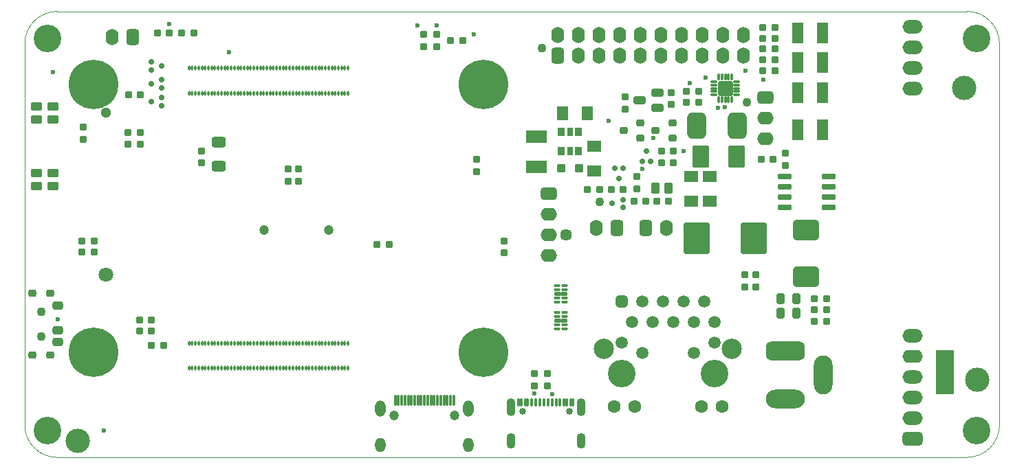
<source format=gts>
G04*
G04 #@! TF.GenerationSoftware,Altium Limited,Altium Designer,22.2.1 (43)*
G04*
G04 Layer_Color=8388736*
%FSAX44Y44*%
%MOMM*%
G71*
G04*
G04 #@! TF.SameCoordinates,6FBE58D4-8AA7-4130-90BE-7BA939E9B375*
G04*
G04*
G04 #@! TF.FilePolarity,Negative*
G04*
G01*
G75*
%ADD19C,0.1000*%
%ADD52R,2.2000X5.4500*%
G04:AMPARAMS|DCode=53|XSize=1.4mm|YSize=2.6mm|CornerRadius=0.102mm|HoleSize=0mm|Usage=FLASHONLY|Rotation=180.000|XOffset=0mm|YOffset=0mm|HoleType=Round|Shape=RoundedRectangle|*
%AMROUNDEDRECTD53*
21,1,1.4000,2.3960,0,0,180.0*
21,1,1.1960,2.6000,0,0,180.0*
1,1,0.2040,-0.5980,1.1980*
1,1,0.2040,0.5980,1.1980*
1,1,0.2040,0.5980,-1.1980*
1,1,0.2040,-0.5980,-1.1980*
%
%ADD53ROUNDEDRECTD53*%
G04:AMPARAMS|DCode=54|XSize=0.33mm|YSize=1.3mm|CornerRadius=0.1363mm|HoleSize=0mm|Usage=FLASHONLY|Rotation=0.000|XOffset=0mm|YOffset=0mm|HoleType=Round|Shape=RoundedRectangle|*
%AMROUNDEDRECTD54*
21,1,0.3300,1.0275,0,0,0.0*
21,1,0.0575,1.3000,0,0,0.0*
1,1,0.2725,0.0288,-0.5138*
1,1,0.2725,-0.0288,-0.5138*
1,1,0.2725,-0.0288,0.5138*
1,1,0.2725,0.0288,0.5138*
%
%ADD54ROUNDEDRECTD54*%
G04:AMPARAMS|DCode=55|XSize=0.35mm|YSize=1.1mm|CornerRadius=0.1438mm|HoleSize=0mm|Usage=FLASHONLY|Rotation=0.000|XOffset=0mm|YOffset=0mm|HoleType=Round|Shape=RoundedRectangle|*
%AMROUNDEDRECTD55*
21,1,0.3500,0.8125,0,0,0.0*
21,1,0.0625,1.1000,0,0,0.0*
1,1,0.2875,0.0313,-0.4063*
1,1,0.2875,-0.0313,-0.4063*
1,1,0.2875,-0.0313,0.4063*
1,1,0.2875,0.0313,0.4063*
%
%ADD55ROUNDEDRECTD55*%
G04:AMPARAMS|DCode=56|XSize=0.7mm|YSize=0.6mm|CornerRadius=0.175mm|HoleSize=0mm|Usage=FLASHONLY|Rotation=0.000|XOffset=0mm|YOffset=0mm|HoleType=Round|Shape=RoundedRectangle|*
%AMROUNDEDRECTD56*
21,1,0.7000,0.2500,0,0,0.0*
21,1,0.3500,0.6000,0,0,0.0*
1,1,0.3500,0.1750,-0.1250*
1,1,0.3500,-0.1750,-0.1250*
1,1,0.3500,-0.1750,0.1250*
1,1,0.3500,0.1750,0.1250*
%
%ADD56ROUNDEDRECTD56*%
%ADD57C,3.0000*%
G04:AMPARAMS|DCode=58|XSize=1.3mm|YSize=1.7mm|CornerRadius=0.29mm|HoleSize=0mm|Usage=FLASHONLY|Rotation=90.000|XOffset=0mm|YOffset=0mm|HoleType=Round|Shape=RoundedRectangle|*
%AMROUNDEDRECTD58*
21,1,1.3000,1.1200,0,0,90.0*
21,1,0.7200,1.7000,0,0,90.0*
1,1,0.5800,0.5600,0.3600*
1,1,0.5800,0.5600,-0.3600*
1,1,0.5800,-0.5600,-0.3600*
1,1,0.5800,-0.5600,0.3600*
%
%ADD58ROUNDEDRECTD58*%
G04:AMPARAMS|DCode=59|XSize=2.1mm|YSize=2.7mm|CornerRadius=0.25mm|HoleSize=0mm|Usage=FLASHONLY|Rotation=0.000|XOffset=0mm|YOffset=0mm|HoleType=Round|Shape=RoundedRectangle|*
%AMROUNDEDRECTD59*
21,1,2.1000,2.2000,0,0,0.0*
21,1,1.6000,2.7000,0,0,0.0*
1,1,0.5000,0.8000,-1.1000*
1,1,0.5000,-0.8000,-1.1000*
1,1,0.5000,-0.8000,1.1000*
1,1,0.5000,0.8000,1.1000*
%
%ADD59ROUNDEDRECTD59*%
G04:AMPARAMS|DCode=60|XSize=0.3mm|YSize=0.6mm|CornerRadius=0.125mm|HoleSize=0mm|Usage=FLASHONLY|Rotation=180.000|XOffset=0mm|YOffset=0mm|HoleType=Round|Shape=RoundedRectangle|*
%AMROUNDEDRECTD60*
21,1,0.3000,0.3500,0,0,180.0*
21,1,0.0500,0.6000,0,0,180.0*
1,1,0.2500,-0.0250,0.1750*
1,1,0.2500,0.0250,0.1750*
1,1,0.2500,0.0250,-0.1750*
1,1,0.2500,-0.0250,-0.1750*
%
%ADD60ROUNDEDRECTD60*%
G04:AMPARAMS|DCode=61|XSize=1mm|YSize=0.9mm|CornerRadius=0.25mm|HoleSize=0mm|Usage=FLASHONLY|Rotation=180.000|XOffset=0mm|YOffset=0mm|HoleType=Round|Shape=RoundedRectangle|*
%AMROUNDEDRECTD61*
21,1,1.0000,0.4000,0,0,180.0*
21,1,0.5000,0.9000,0,0,180.0*
1,1,0.5000,-0.2500,0.2000*
1,1,0.5000,0.2500,0.2000*
1,1,0.5000,0.2500,-0.2000*
1,1,0.5000,-0.2500,-0.2000*
%
%ADD61ROUNDEDRECTD61*%
G04:AMPARAMS|DCode=62|XSize=1mm|YSize=1.3mm|CornerRadius=0.275mm|HoleSize=0mm|Usage=FLASHONLY|Rotation=270.000|XOffset=0mm|YOffset=0mm|HoleType=Round|Shape=RoundedRectangle|*
%AMROUNDEDRECTD62*
21,1,1.0000,0.7500,0,0,270.0*
21,1,0.4500,1.3000,0,0,270.0*
1,1,0.5500,-0.3750,-0.2250*
1,1,0.5500,-0.3750,0.2250*
1,1,0.5500,0.3750,0.2250*
1,1,0.5500,0.3750,-0.2250*
%
%ADD62ROUNDEDRECTD62*%
G04:AMPARAMS|DCode=63|XSize=2.3mm|YSize=3.3mm|CornerRadius=0.6mm|HoleSize=0mm|Usage=FLASHONLY|Rotation=180.000|XOffset=0mm|YOffset=0mm|HoleType=Round|Shape=RoundedRectangle|*
%AMROUNDEDRECTD63*
21,1,2.3000,2.1000,0,0,180.0*
21,1,1.1000,3.3000,0,0,180.0*
1,1,1.2000,-0.5500,1.0500*
1,1,1.2000,0.5500,1.0500*
1,1,1.2000,0.5500,-1.0500*
1,1,1.2000,-0.5500,-1.0500*
%
%ADD63ROUNDEDRECTD63*%
G04:AMPARAMS|DCode=64|XSize=1.4mm|YSize=1.7mm|CornerRadius=0.102mm|HoleSize=0mm|Usage=FLASHONLY|Rotation=90.000|XOffset=0mm|YOffset=0mm|HoleType=Round|Shape=RoundedRectangle|*
%AMROUNDEDRECTD64*
21,1,1.4000,1.4960,0,0,90.0*
21,1,1.1960,1.7000,0,0,90.0*
1,1,0.2040,0.7480,0.5980*
1,1,0.2040,0.7480,-0.5980*
1,1,0.2040,-0.7480,-0.5980*
1,1,0.2040,-0.7480,0.5980*
%
%ADD64ROUNDEDRECTD64*%
G04:AMPARAMS|DCode=65|XSize=1.1mm|YSize=1.4mm|CornerRadius=0.3mm|HoleSize=0mm|Usage=FLASHONLY|Rotation=270.000|XOffset=0mm|YOffset=0mm|HoleType=Round|Shape=RoundedRectangle|*
%AMROUNDEDRECTD65*
21,1,1.1000,0.8000,0,0,270.0*
21,1,0.5000,1.4000,0,0,270.0*
1,1,0.6000,-0.4000,-0.2500*
1,1,0.6000,-0.4000,0.2500*
1,1,0.6000,0.4000,0.2500*
1,1,0.6000,0.4000,-0.2500*
%
%ADD65ROUNDEDRECTD65*%
G04:AMPARAMS|DCode=66|XSize=0.85mm|YSize=0.9mm|CornerRadius=0.2375mm|HoleSize=0mm|Usage=FLASHONLY|Rotation=270.000|XOffset=0mm|YOffset=0mm|HoleType=Round|Shape=RoundedRectangle|*
%AMROUNDEDRECTD66*
21,1,0.8500,0.4250,0,0,270.0*
21,1,0.3750,0.9000,0,0,270.0*
1,1,0.4750,-0.2125,-0.1875*
1,1,0.4750,-0.2125,0.1875*
1,1,0.4750,0.2125,0.1875*
1,1,0.4750,0.2125,-0.1875*
%
%ADD66ROUNDEDRECTD66*%
G04:AMPARAMS|DCode=67|XSize=0.9mm|YSize=1mm|CornerRadius=0.25mm|HoleSize=0mm|Usage=FLASHONLY|Rotation=90.000|XOffset=0mm|YOffset=0mm|HoleType=Round|Shape=RoundedRectangle|*
%AMROUNDEDRECTD67*
21,1,0.9000,0.5000,0,0,90.0*
21,1,0.4000,1.0000,0,0,90.0*
1,1,0.5000,0.2500,0.2000*
1,1,0.5000,0.2500,-0.2000*
1,1,0.5000,-0.2500,-0.2000*
1,1,0.5000,-0.2500,0.2000*
%
%ADD67ROUNDEDRECTD67*%
%ADD68C,1.1000*%
G04:AMPARAMS|DCode=69|XSize=1.8mm|YSize=1.8mm|CornerRadius=0.135mm|HoleSize=0mm|Usage=FLASHONLY|Rotation=90.000|XOffset=0mm|YOffset=0mm|HoleType=Round|Shape=RoundedRectangle|*
%AMROUNDEDRECTD69*
21,1,1.8000,1.5300,0,0,90.0*
21,1,1.5300,1.8000,0,0,90.0*
1,1,0.2700,0.7650,0.7650*
1,1,0.2700,0.7650,-0.7650*
1,1,0.2700,-0.7650,-0.7650*
1,1,0.2700,-0.7650,0.7650*
%
%ADD69ROUNDEDRECTD69*%
G04:AMPARAMS|DCode=70|XSize=0.8mm|YSize=0.3mm|CornerRadius=0.125mm|HoleSize=0mm|Usage=FLASHONLY|Rotation=0.000|XOffset=0mm|YOffset=0mm|HoleType=Round|Shape=RoundedRectangle|*
%AMROUNDEDRECTD70*
21,1,0.8000,0.0500,0,0,0.0*
21,1,0.5500,0.3000,0,0,0.0*
1,1,0.2500,0.2750,-0.0250*
1,1,0.2500,-0.2750,-0.0250*
1,1,0.2500,-0.2750,0.0250*
1,1,0.2500,0.2750,0.0250*
%
%ADD70ROUNDEDRECTD70*%
G04:AMPARAMS|DCode=71|XSize=0.8mm|YSize=0.3mm|CornerRadius=0.125mm|HoleSize=0mm|Usage=FLASHONLY|Rotation=90.000|XOffset=0mm|YOffset=0mm|HoleType=Round|Shape=RoundedRectangle|*
%AMROUNDEDRECTD71*
21,1,0.8000,0.0500,0,0,90.0*
21,1,0.5500,0.3000,0,0,90.0*
1,1,0.2500,0.0250,0.2750*
1,1,0.2500,0.0250,-0.2750*
1,1,0.2500,-0.0250,-0.2750*
1,1,0.2500,-0.0250,0.2750*
%
%ADD71ROUNDEDRECTD71*%
G04:AMPARAMS|DCode=72|XSize=1mm|YSize=1.5mm|CornerRadius=0.275mm|HoleSize=0mm|Usage=FLASHONLY|Rotation=270.000|XOffset=0mm|YOffset=0mm|HoleType=Round|Shape=RoundedRectangle|*
%AMROUNDEDRECTD72*
21,1,1.0000,0.9500,0,0,270.0*
21,1,0.4500,1.5000,0,0,270.0*
1,1,0.5500,-0.4750,-0.2250*
1,1,0.5500,-0.4750,0.2250*
1,1,0.5500,0.4750,0.2250*
1,1,0.5500,0.4750,-0.2250*
%
%ADD72ROUNDEDRECTD72*%
G04:AMPARAMS|DCode=73|XSize=1mm|YSize=1.5mm|CornerRadius=0.275mm|HoleSize=0mm|Usage=FLASHONLY|Rotation=270.000|XOffset=0mm|YOffset=0mm|HoleType=Round|Shape=RoundedRectangle|*
%AMROUNDEDRECTD73*
21,1,1.0000,0.9500,0,0,270.0*
21,1,0.4500,1.5000,0,0,270.0*
1,1,0.5500,-0.4750,-0.2250*
1,1,0.5500,-0.4750,0.2250*
1,1,0.5500,0.4750,0.2250*
1,1,0.5500,0.4750,-0.2250*
%
%ADD73ROUNDEDRECTD73*%
G04:AMPARAMS|DCode=74|XSize=0.85mm|YSize=0.9mm|CornerRadius=0.2375mm|HoleSize=0mm|Usage=FLASHONLY|Rotation=180.000|XOffset=0mm|YOffset=0mm|HoleType=Round|Shape=RoundedRectangle|*
%AMROUNDEDRECTD74*
21,1,0.8500,0.4250,0,0,180.0*
21,1,0.3750,0.9000,0,0,180.0*
1,1,0.4750,-0.1875,0.2125*
1,1,0.4750,0.1875,0.2125*
1,1,0.4750,0.1875,-0.2125*
1,1,0.4750,-0.1875,-0.2125*
%
%ADD74ROUNDEDRECTD74*%
G04:AMPARAMS|DCode=75|XSize=3.3mm|YSize=3.9mm|CornerRadius=0.37mm|HoleSize=0mm|Usage=FLASHONLY|Rotation=0.000|XOffset=0mm|YOffset=0mm|HoleType=Round|Shape=RoundedRectangle|*
%AMROUNDEDRECTD75*
21,1,3.3000,3.1600,0,0,0.0*
21,1,2.5600,3.9000,0,0,0.0*
1,1,0.7400,1.2800,-1.5800*
1,1,0.7400,-1.2800,-1.5800*
1,1,0.7400,-1.2800,1.5800*
1,1,0.7400,1.2800,1.5800*
%
%ADD75ROUNDEDRECTD75*%
G04:AMPARAMS|DCode=76|XSize=3.15mm|YSize=2.5mm|CornerRadius=0.35mm|HoleSize=0mm|Usage=FLASHONLY|Rotation=0.000|XOffset=0mm|YOffset=0mm|HoleType=Round|Shape=RoundedRectangle|*
%AMROUNDEDRECTD76*
21,1,3.1500,1.8000,0,0,0.0*
21,1,2.4500,2.5000,0,0,0.0*
1,1,0.7000,1.2250,-0.9000*
1,1,0.7000,-1.2250,-0.9000*
1,1,0.7000,-1.2250,0.9000*
1,1,0.7000,1.2250,0.9000*
%
%ADD76ROUNDEDRECTD76*%
G04:AMPARAMS|DCode=77|XSize=1.7mm|YSize=0.7mm|CornerRadius=0.2mm|HoleSize=0mm|Usage=FLASHONLY|Rotation=0.000|XOffset=0mm|YOffset=0mm|HoleType=Round|Shape=RoundedRectangle|*
%AMROUNDEDRECTD77*
21,1,1.7000,0.3000,0,0,0.0*
21,1,1.3000,0.7000,0,0,0.0*
1,1,0.4000,0.6500,-0.1500*
1,1,0.4000,-0.6500,-0.1500*
1,1,0.4000,-0.6500,0.1500*
1,1,0.4000,0.6500,0.1500*
%
%ADD77ROUNDEDRECTD77*%
G04:AMPARAMS|DCode=78|XSize=0.7mm|YSize=0.6mm|CornerRadius=0.175mm|HoleSize=0mm|Usage=FLASHONLY|Rotation=270.000|XOffset=0mm|YOffset=0mm|HoleType=Round|Shape=RoundedRectangle|*
%AMROUNDEDRECTD78*
21,1,0.7000,0.2500,0,0,270.0*
21,1,0.3500,0.6000,0,0,270.0*
1,1,0.3500,-0.1250,-0.1750*
1,1,0.3500,-0.1250,0.1750*
1,1,0.3500,0.1250,0.1750*
1,1,0.3500,0.1250,-0.1750*
%
%ADD78ROUNDEDRECTD78*%
G04:AMPARAMS|DCode=79|XSize=0.97mm|YSize=0.97mm|CornerRadius=0.097mm|HoleSize=0mm|Usage=FLASHONLY|Rotation=180.000|XOffset=0mm|YOffset=0mm|HoleType=Round|Shape=RoundedRectangle|*
%AMROUNDEDRECTD79*
21,1,0.9700,0.7760,0,0,180.0*
21,1,0.7760,0.9700,0,0,180.0*
1,1,0.1940,-0.3880,0.3880*
1,1,0.1940,0.3880,0.3880*
1,1,0.1940,0.3880,-0.3880*
1,1,0.1940,-0.3880,-0.3880*
%
%ADD79ROUNDEDRECTD79*%
%ADD80R,2.5000X1.6000*%
G04:AMPARAMS|DCode=81|XSize=0.85mm|YSize=1.1mm|CornerRadius=0.0988mm|HoleSize=0mm|Usage=FLASHONLY|Rotation=0.000|XOffset=0mm|YOffset=0mm|HoleType=Round|Shape=RoundedRectangle|*
%AMROUNDEDRECTD81*
21,1,0.8500,0.9025,0,0,0.0*
21,1,0.6525,1.1000,0,0,0.0*
1,1,0.1975,0.3263,-0.4513*
1,1,0.1975,-0.3263,-0.4513*
1,1,0.1975,-0.3263,0.4513*
1,1,0.1975,0.3263,0.4513*
%
%ADD81ROUNDEDRECTD81*%
G04:AMPARAMS|DCode=82|XSize=0.7mm|YSize=1.1mm|CornerRadius=0.101mm|HoleSize=0mm|Usage=FLASHONLY|Rotation=0.000|XOffset=0mm|YOffset=0mm|HoleType=Round|Shape=RoundedRectangle|*
%AMROUNDEDRECTD82*
21,1,0.7000,0.8980,0,0,0.0*
21,1,0.4980,1.1000,0,0,0.0*
1,1,0.2020,0.2490,-0.4490*
1,1,0.2020,-0.2490,-0.4490*
1,1,0.2020,-0.2490,0.4490*
1,1,0.2020,0.2490,0.4490*
%
%ADD82ROUNDEDRECTD82*%
%ADD83C,0.6000*%
G04:AMPARAMS|DCode=84|XSize=1.1mm|YSize=1.4mm|CornerRadius=0.3mm|HoleSize=0mm|Usage=FLASHONLY|Rotation=180.000|XOffset=0mm|YOffset=0mm|HoleType=Round|Shape=RoundedRectangle|*
%AMROUNDEDRECTD84*
21,1,1.1000,0.8000,0,0,180.0*
21,1,0.5000,1.4000,0,0,180.0*
1,1,0.6000,-0.2500,0.4000*
1,1,0.6000,0.2500,0.4000*
1,1,0.6000,0.2500,-0.4000*
1,1,0.6000,-0.2500,-0.4000*
%
%ADD84ROUNDEDRECTD84*%
G04:AMPARAMS|DCode=85|XSize=0.775mm|YSize=0.3mm|CornerRadius=0.1mm|HoleSize=0mm|Usage=FLASHONLY|Rotation=180.000|XOffset=0mm|YOffset=0mm|HoleType=Round|Shape=RoundedRectangle|*
%AMROUNDEDRECTD85*
21,1,0.7750,0.1000,0,0,180.0*
21,1,0.5750,0.3000,0,0,180.0*
1,1,0.2000,-0.2875,0.0500*
1,1,0.2000,0.2875,0.0500*
1,1,0.2000,0.2875,-0.0500*
1,1,0.2000,-0.2875,-0.0500*
%
%ADD85ROUNDEDRECTD85*%
G04:AMPARAMS|DCode=86|XSize=0.875mm|YSize=0.5mm|CornerRadius=0.15mm|HoleSize=0mm|Usage=FLASHONLY|Rotation=180.000|XOffset=0mm|YOffset=0mm|HoleType=Round|Shape=RoundedRectangle|*
%AMROUNDEDRECTD86*
21,1,0.8750,0.2000,0,0,180.0*
21,1,0.5750,0.5000,0,0,180.0*
1,1,0.3000,-0.2875,0.1000*
1,1,0.3000,0.2875,0.1000*
1,1,0.3000,0.2875,-0.1000*
1,1,0.3000,-0.2875,-0.1000*
%
%ADD86ROUNDEDRECTD86*%
G04:AMPARAMS|DCode=87|XSize=1.4mm|YSize=1.7mm|CornerRadius=0.102mm|HoleSize=0mm|Usage=FLASHONLY|Rotation=0.000|XOffset=0mm|YOffset=0mm|HoleType=Round|Shape=RoundedRectangle|*
%AMROUNDEDRECTD87*
21,1,1.4000,1.4960,0,0,0.0*
21,1,1.1960,1.7000,0,0,0.0*
1,1,0.2040,0.5980,-0.7480*
1,1,0.2040,-0.5980,-0.7480*
1,1,0.2040,-0.5980,0.7480*
1,1,0.2040,0.5980,0.7480*
%
%ADD87ROUNDEDRECTD87*%
G04:AMPARAMS|DCode=88|XSize=0.95mm|YSize=1.35mm|CornerRadius=0.22mm|HoleSize=0mm|Usage=FLASHONLY|Rotation=0.000|XOffset=0mm|YOffset=0mm|HoleType=Round|Shape=RoundedRectangle|*
%AMROUNDEDRECTD88*
21,1,0.9500,0.9100,0,0,0.0*
21,1,0.5100,1.3500,0,0,0.0*
1,1,0.4400,0.2550,-0.4550*
1,1,0.4400,-0.2550,-0.4550*
1,1,0.4400,-0.2550,0.4550*
1,1,0.4400,0.2550,0.4550*
%
%ADD88ROUNDEDRECTD88*%
%ADD89O,2.5000X1.6000*%
%ADD90O,2.5000X1.6500*%
%ADD91O,2.5000X1.7000*%
G04:AMPARAMS|DCode=92|XSize=1.7mm|YSize=2.5mm|CornerRadius=0.45mm|HoleSize=0mm|Usage=FLASHONLY|Rotation=90.000|XOffset=0mm|YOffset=0mm|HoleType=Round|Shape=RoundedRectangle|*
%AMROUNDEDRECTD92*
21,1,1.7000,1.6000,0,0,90.0*
21,1,0.8000,2.5000,0,0,90.0*
1,1,0.9000,0.8000,0.4000*
1,1,0.9000,0.8000,-0.4000*
1,1,0.9000,-0.8000,-0.4000*
1,1,0.9000,-0.8000,0.4000*
%
%ADD92ROUNDEDRECTD92*%
%ADD93O,2.0000X1.6000*%
G04:AMPARAMS|DCode=94|XSize=1.6mm|YSize=2mm|CornerRadius=0.425mm|HoleSize=0mm|Usage=FLASHONLY|Rotation=270.000|XOffset=0mm|YOffset=0mm|HoleType=Round|Shape=RoundedRectangle|*
%AMROUNDEDRECTD94*
21,1,1.6000,1.1500,0,0,270.0*
21,1,0.7500,2.0000,0,0,270.0*
1,1,0.8500,-0.5750,-0.3750*
1,1,0.8500,-0.5750,0.3750*
1,1,0.8500,0.5750,0.3750*
1,1,0.8500,0.5750,-0.3750*
%
%ADD94ROUNDEDRECTD94*%
%ADD95O,1.3000X1.8000*%
%ADD96O,1.3000X2.0000*%
%ADD97C,1.2000*%
G04:AMPARAMS|DCode=98|XSize=1.9mm|YSize=1.1mm|CornerRadius=0.55mm|HoleSize=0mm|Usage=FLASHONLY|Rotation=90.000|XOffset=0mm|YOffset=0mm|HoleType=Round|Shape=RoundedRectangle|*
%AMROUNDEDRECTD98*
21,1,1.9000,0.0000,0,0,90.0*
21,1,0.8000,1.1000,0,0,90.0*
1,1,1.1000,0.0000,0.4000*
1,1,1.1000,0.0000,-0.4000*
1,1,1.1000,0.0000,-0.4000*
1,1,1.1000,0.0000,0.4000*
%
%ADD98ROUNDEDRECTD98*%
G04:AMPARAMS|DCode=99|XSize=2.2mm|YSize=1.1mm|CornerRadius=0.55mm|HoleSize=0mm|Usage=FLASHONLY|Rotation=90.000|XOffset=0mm|YOffset=0mm|HoleType=Round|Shape=RoundedRectangle|*
%AMROUNDEDRECTD99*
21,1,2.2000,0.0000,0,0,90.0*
21,1,1.1000,1.1000,0,0,90.0*
1,1,1.1000,0.0000,0.5500*
1,1,1.1000,0.0000,-0.5500*
1,1,1.1000,0.0000,-0.5500*
1,1,1.1000,0.0000,0.5500*
%
%ADD99ROUNDEDRECTD99*%
%ADD100C,0.8500*%
%ADD101C,1.8000*%
%ADD102C,1.3000*%
%ADD103C,0.1000*%
%ADD104O,1.6000X2.0000*%
G04:AMPARAMS|DCode=105|XSize=1.6mm|YSize=2mm|CornerRadius=0.425mm|HoleSize=0mm|Usage=FLASHONLY|Rotation=0.000|XOffset=0mm|YOffset=0mm|HoleType=Round|Shape=RoundedRectangle|*
%AMROUNDEDRECTD105*
21,1,1.6000,1.1500,0,0,0.0*
21,1,0.7500,2.0000,0,0,0.0*
1,1,0.8500,0.3750,-0.5750*
1,1,0.8500,-0.3750,-0.5750*
1,1,0.8500,-0.3750,0.5750*
1,1,0.8500,0.3750,0.5750*
%
%ADD105ROUNDEDRECTD105*%
%ADD106C,1.5000*%
G04:AMPARAMS|DCode=107|XSize=1.5mm|YSize=1.5mm|CornerRadius=0.4mm|HoleSize=0mm|Usage=FLASHONLY|Rotation=180.000|XOffset=0mm|YOffset=0mm|HoleType=Round|Shape=RoundedRectangle|*
%AMROUNDEDRECTD107*
21,1,1.5000,0.7000,0,0,180.0*
21,1,0.7000,1.5000,0,0,180.0*
1,1,0.8000,-0.3500,0.3500*
1,1,0.8000,0.3500,0.3500*
1,1,0.8000,0.3500,-0.3500*
1,1,0.8000,-0.3500,-0.3500*
%
%ADD107ROUNDEDRECTD107*%
%ADD108C,2.5000*%
%ADD109C,3.4000*%
%ADD110C,1.6000*%
%ADD111O,2.3000X4.8000*%
%ADD112O,4.8000X2.3000*%
G04:AMPARAMS|DCode=113|XSize=4.8mm|YSize=2.3mm|CornerRadius=0.6mm|HoleSize=0mm|Usage=FLASHONLY|Rotation=180.000|XOffset=0mm|YOffset=0mm|HoleType=Round|Shape=RoundedRectangle|*
%AMROUNDEDRECTD113*
21,1,4.8000,1.1000,0,0,180.0*
21,1,3.6000,2.3000,0,0,180.0*
1,1,1.2000,-1.8000,0.5500*
1,1,1.2000,1.8000,0.5500*
1,1,1.2000,1.8000,-0.5500*
1,1,1.2000,-1.8000,-0.5500*
%
%ADD113ROUNDEDRECTD113*%
%ADD114C,1.4500*%
%ADD115C,6.1000*%
D19*
X01160000Y00000000D02*
G03*
X01200000Y00040000I00000000J00040000D01*
G01*
X01200000Y00510000D02*
G03*
X01160000Y00550000I-00040000J00000000D01*
G01*
X00000000Y00040000D02*
G03*
X00040000Y-00000000I00040000J00000000D01*
G01*
Y00550000D02*
G03*
X00000000Y00510000I00000000J-00040000D01*
G01*
X01200000Y00040000D02*
X01200000Y00510000D01*
X00040000Y-00000000D02*
X01160000Y00000000D01*
X00040000Y00550000D02*
X01160000Y00550000D01*
X-00000000Y00510000D02*
X00000000Y00040000D01*
X01160000Y00000000D02*
G03*
X01200000Y00040000I00000000J00040000D01*
G01*
X01200000Y00510000D02*
G03*
X01160000Y00550000I-00040000J00000000D01*
G01*
X00000000Y00040000D02*
G03*
X00040000Y-00000000I00040000J00000000D01*
G01*
Y00550000D02*
G03*
X00000000Y00510000I00000000J-00040000D01*
G01*
X01200000Y00040000D02*
X01200000Y00510000D01*
X00040000Y-00000000D02*
X01160000Y00000000D01*
X00040000Y00550000D02*
X01160000Y00550000D01*
X-00000000Y00510000D02*
X00000000Y00040000D01*
D52*
X01133001Y00104751D02*
D03*
D53*
X00982250Y00487000D02*
D03*
X00951750D02*
D03*
X00982250Y00450000D02*
D03*
X00951750D02*
D03*
X00982250Y00404000D02*
D03*
X00951750D02*
D03*
X00981948Y00523757D02*
D03*
X00951448D02*
D03*
D54*
X00528000Y00070500D02*
D03*
X00524000D02*
D03*
X00520000D02*
D03*
X00516000D02*
D03*
X00512000D02*
D03*
X00508000D02*
D03*
X00504000D02*
D03*
X00500000D02*
D03*
X00496000D02*
D03*
X00492000D02*
D03*
X00488000D02*
D03*
X00484000D02*
D03*
X00480000D02*
D03*
X00476000D02*
D03*
X00472000D02*
D03*
X00468000D02*
D03*
X00464000D02*
D03*
X00460000D02*
D03*
X00456000D02*
D03*
D55*
X00672000Y00067500D02*
D03*
X00611000Y00067500D02*
D03*
X00619000Y00067500D02*
D03*
X00624000Y00067500D02*
D03*
X00634000D02*
D03*
X00649000Y00067500D02*
D03*
X00659000Y00067500D02*
D03*
X00664000D02*
D03*
X00675000Y00067500D02*
D03*
X00667000D02*
D03*
X00654000D02*
D03*
X00644000Y00067500D02*
D03*
X00639000D02*
D03*
X00629000D02*
D03*
X00616000D02*
D03*
X00608000D02*
D03*
D56*
X00155500Y00488000D02*
D03*
Y00478000D02*
D03*
X00168500Y00483000D02*
D03*
X00736250Y00308000D02*
D03*
Y00318000D02*
D03*
X00723250Y00313000D02*
D03*
X00155500Y00439000D02*
D03*
X00168500Y00444000D02*
D03*
Y00434000D02*
D03*
X00155500Y00461000D02*
D03*
X00168500Y00466000D02*
D03*
Y00456000D02*
D03*
D57*
X00065000Y00020500D02*
D03*
X01173000Y00095500D02*
D03*
X01156500Y00456000D02*
D03*
D58*
X00238500Y00358940D02*
D03*
Y00388940D02*
D03*
D59*
X00832000Y00371000D02*
D03*
X00876000D02*
D03*
D60*
X00202000Y00110000D02*
D03*
Y00140800D02*
D03*
X00206000Y00110000D02*
D03*
Y00140800D02*
D03*
X00210000Y00110000D02*
D03*
Y00140800D02*
D03*
X00214000Y00110000D02*
D03*
Y00140800D02*
D03*
X00218000Y00110000D02*
D03*
Y00140800D02*
D03*
X00222000Y00110000D02*
D03*
Y00140800D02*
D03*
X00226000Y00110000D02*
D03*
Y00140800D02*
D03*
X00230000Y00110000D02*
D03*
Y00140800D02*
D03*
X00234000Y00110000D02*
D03*
Y00140800D02*
D03*
X00238000Y00110000D02*
D03*
Y00140800D02*
D03*
X00242000Y00110000D02*
D03*
Y00140800D02*
D03*
X00246000Y00110000D02*
D03*
Y00140800D02*
D03*
X00250000Y00110000D02*
D03*
Y00140800D02*
D03*
X00254000Y00110000D02*
D03*
Y00140800D02*
D03*
X00258000Y00110000D02*
D03*
Y00140800D02*
D03*
X00262000Y00110000D02*
D03*
Y00140800D02*
D03*
X00266000Y00110000D02*
D03*
Y00140800D02*
D03*
X00270000Y00110000D02*
D03*
Y00140800D02*
D03*
X00274000Y00110000D02*
D03*
Y00140800D02*
D03*
X00278000Y00110000D02*
D03*
Y00140800D02*
D03*
X00282000Y00110000D02*
D03*
Y00140800D02*
D03*
X00286000Y00110000D02*
D03*
Y00140800D02*
D03*
X00290000Y00110000D02*
D03*
Y00140800D02*
D03*
X00294000Y00110000D02*
D03*
Y00140800D02*
D03*
X00298000Y00110000D02*
D03*
Y00140800D02*
D03*
X00302000Y00110000D02*
D03*
Y00140800D02*
D03*
X00306000Y00110000D02*
D03*
Y00140800D02*
D03*
X00310000Y00110000D02*
D03*
Y00140800D02*
D03*
X00314000Y00110000D02*
D03*
Y00140800D02*
D03*
X00318000Y00110000D02*
D03*
Y00140800D02*
D03*
X00322000Y00110000D02*
D03*
Y00140800D02*
D03*
X00326000Y00110000D02*
D03*
Y00140800D02*
D03*
X00330000Y00110000D02*
D03*
Y00140800D02*
D03*
X00334000Y00110000D02*
D03*
Y00140800D02*
D03*
X00338000Y00110000D02*
D03*
Y00140800D02*
D03*
X00342000Y00110000D02*
D03*
Y00140800D02*
D03*
X00346000Y00110000D02*
D03*
Y00140800D02*
D03*
X00350000Y00110000D02*
D03*
Y00140800D02*
D03*
X00354000Y00110000D02*
D03*
Y00140800D02*
D03*
X00358000Y00110000D02*
D03*
Y00140800D02*
D03*
X00362000Y00110000D02*
D03*
Y00140800D02*
D03*
X00366000Y00110000D02*
D03*
Y00140800D02*
D03*
X00370000Y00110000D02*
D03*
Y00140800D02*
D03*
X00374000Y00110000D02*
D03*
Y00140800D02*
D03*
X00378000Y00110000D02*
D03*
Y00140800D02*
D03*
X00382000Y00110000D02*
D03*
Y00140800D02*
D03*
X00386000Y00110000D02*
D03*
Y00140800D02*
D03*
X00390000Y00110000D02*
D03*
Y00140800D02*
D03*
X00394000Y00110000D02*
D03*
Y00140800D02*
D03*
X00398000Y00110000D02*
D03*
Y00140800D02*
D03*
X00202000Y00449200D02*
D03*
Y00480000D02*
D03*
X00206000Y00449200D02*
D03*
Y00480000D02*
D03*
X00210000Y00449200D02*
D03*
Y00480000D02*
D03*
X00214000Y00449200D02*
D03*
Y00480000D02*
D03*
X00218000Y00449200D02*
D03*
Y00480000D02*
D03*
X00222000Y00449200D02*
D03*
Y00480000D02*
D03*
X00226000Y00449200D02*
D03*
Y00480000D02*
D03*
X00230000Y00449200D02*
D03*
Y00480000D02*
D03*
X00234000Y00449200D02*
D03*
Y00480000D02*
D03*
X00238000Y00449200D02*
D03*
Y00480000D02*
D03*
X00242000Y00449200D02*
D03*
Y00480000D02*
D03*
X00246000Y00449200D02*
D03*
Y00480000D02*
D03*
X00250000Y00449200D02*
D03*
Y00480000D02*
D03*
X00254000Y00449200D02*
D03*
Y00480000D02*
D03*
X00258000Y00449200D02*
D03*
Y00480000D02*
D03*
X00262000Y00449200D02*
D03*
Y00480000D02*
D03*
X00266000Y00449200D02*
D03*
Y00480000D02*
D03*
X00270000Y00449200D02*
D03*
Y00480000D02*
D03*
X00274000Y00449200D02*
D03*
Y00480000D02*
D03*
X00278000Y00449200D02*
D03*
Y00480000D02*
D03*
X00282000Y00449200D02*
D03*
Y00480000D02*
D03*
X00286000Y00449200D02*
D03*
Y00480000D02*
D03*
X00290000Y00449200D02*
D03*
Y00480000D02*
D03*
X00294000Y00449200D02*
D03*
Y00480000D02*
D03*
X00298000Y00449200D02*
D03*
Y00480000D02*
D03*
X00302000Y00449200D02*
D03*
Y00480000D02*
D03*
X00306000Y00449200D02*
D03*
Y00480000D02*
D03*
X00310000Y00449200D02*
D03*
Y00480000D02*
D03*
X00314000Y00449200D02*
D03*
Y00480000D02*
D03*
X00318000Y00449200D02*
D03*
Y00480000D02*
D03*
X00322000Y00449200D02*
D03*
Y00480000D02*
D03*
X00326000Y00449200D02*
D03*
Y00480000D02*
D03*
X00330000Y00449200D02*
D03*
Y00480000D02*
D03*
X00334000Y00449200D02*
D03*
Y00480000D02*
D03*
X00338000Y00449200D02*
D03*
Y00480000D02*
D03*
X00342000Y00449200D02*
D03*
Y00480000D02*
D03*
X00346000Y00449200D02*
D03*
Y00480000D02*
D03*
X00350000Y00449200D02*
D03*
Y00480000D02*
D03*
X00354000Y00449200D02*
D03*
Y00480000D02*
D03*
X00358000Y00449200D02*
D03*
Y00480000D02*
D03*
X00362000Y00449200D02*
D03*
Y00480000D02*
D03*
X00366000Y00449200D02*
D03*
Y00480000D02*
D03*
X00370000Y00449200D02*
D03*
Y00480000D02*
D03*
X00374000Y00449200D02*
D03*
Y00480000D02*
D03*
X00378000Y00449200D02*
D03*
Y00480000D02*
D03*
X00382000Y00449200D02*
D03*
Y00480000D02*
D03*
X00386000Y00449200D02*
D03*
Y00480000D02*
D03*
X00390000Y00449200D02*
D03*
Y00480000D02*
D03*
X00394000Y00449200D02*
D03*
Y00480000D02*
D03*
X00398000Y00449200D02*
D03*
Y00480000D02*
D03*
D61*
X00009500Y00126500D02*
D03*
X00031500D02*
D03*
X00009500Y00202500D02*
D03*
X00031500D02*
D03*
D62*
X00041000Y00142000D02*
D03*
Y00157000D02*
D03*
Y00187000D02*
D03*
D63*
X00827000Y00409000D02*
D03*
X00877000D02*
D03*
D64*
X00843000Y00315750D02*
D03*
Y00346250D02*
D03*
X00820000Y00315750D02*
D03*
Y00346250D02*
D03*
X00700750Y00353500D02*
D03*
Y00384000D02*
D03*
D65*
X00034500Y00350500D02*
D03*
Y00334500D02*
D03*
X00014000Y00350500D02*
D03*
Y00334500D02*
D03*
X00034500Y00417000D02*
D03*
Y00433000D02*
D03*
X00014000Y00417000D02*
D03*
Y00433000D02*
D03*
D66*
X00324000Y00340750D02*
D03*
Y00355750D02*
D03*
X00556500Y00367500D02*
D03*
Y00352500D02*
D03*
X00753387Y00331475D02*
D03*
Y00346475D02*
D03*
X00337250Y00355750D02*
D03*
Y00340750D02*
D03*
X00738750Y00429750D02*
D03*
Y00444750D02*
D03*
X00796000Y00450000D02*
D03*
Y00435000D02*
D03*
X00900000Y00225000D02*
D03*
Y00210000D02*
D03*
X00886000Y00225000D02*
D03*
Y00210000D02*
D03*
X00071500Y00407250D02*
D03*
Y00392250D02*
D03*
X00642999Y00088000D02*
D03*
Y00103000D02*
D03*
X00626999Y00088000D02*
D03*
Y00103000D02*
D03*
X00217500Y00377940D02*
D03*
Y00362940D02*
D03*
X00590000Y00252000D02*
D03*
Y00267000D02*
D03*
X00507000Y00521500D02*
D03*
Y00506500D02*
D03*
X00491000Y00521500D02*
D03*
Y00506500D02*
D03*
X00936500Y00375000D02*
D03*
Y00360000D02*
D03*
D67*
X00776500Y00403000D02*
D03*
X00797500Y00412500D02*
D03*
Y00393500D02*
D03*
X00758000D02*
D03*
Y00412500D02*
D03*
X00737000Y00403000D02*
D03*
D68*
X00889000Y00438000D02*
D03*
X00707500Y00314750D02*
D03*
X00636500Y00504750D02*
D03*
X00020500Y00179500D02*
D03*
Y00149500D02*
D03*
D69*
X00862500Y00455000D02*
D03*
D70*
X00848500Y00463000D02*
D03*
Y00447000D02*
D03*
Y00451000D02*
D03*
Y00455000D02*
D03*
Y00459000D02*
D03*
X00876500Y00447000D02*
D03*
Y00459000D02*
D03*
Y00451000D02*
D03*
Y00463000D02*
D03*
Y00455000D02*
D03*
D71*
X00862500Y00441000D02*
D03*
X00858500D02*
D03*
X00854500D02*
D03*
X00870500D02*
D03*
X00866500D02*
D03*
X00870500Y00469000D02*
D03*
X00866500D02*
D03*
X00862500D02*
D03*
X00858500D02*
D03*
X00854500Y00469000D02*
D03*
D72*
X00757250Y00440500D02*
D03*
X00778750Y00431000D02*
D03*
D73*
Y00450000D02*
D03*
D74*
X00987000Y00196000D02*
D03*
X00972000D02*
D03*
X00906500Y00367500D02*
D03*
X00921500D02*
D03*
X00707500Y00330250D02*
D03*
X00692500D02*
D03*
X00764750Y00315500D02*
D03*
X00749750D02*
D03*
X00792750D02*
D03*
X00777750D02*
D03*
X00141000Y00155500D02*
D03*
X00156000D02*
D03*
X00798750Y00377500D02*
D03*
X00783750D02*
D03*
X00829500Y00451000D02*
D03*
X00814500D02*
D03*
X00923500Y00517000D02*
D03*
X00908500D02*
D03*
X00829500Y00437500D02*
D03*
X00814500D02*
D03*
X00085500Y00253000D02*
D03*
X00070500D02*
D03*
X00070500Y00267000D02*
D03*
X00085500D02*
D03*
X00156000Y00169500D02*
D03*
X00141000D02*
D03*
X00171000Y00138000D02*
D03*
X00156000D02*
D03*
X00127500Y00447500D02*
D03*
X00142500D02*
D03*
X00142000Y00400500D02*
D03*
X00127000D02*
D03*
X00142000Y00386500D02*
D03*
X00127000D02*
D03*
X00783750Y00363500D02*
D03*
X00798750D02*
D03*
X00923500Y00490000D02*
D03*
X00908500D02*
D03*
X00163000Y00523500D02*
D03*
X00178000D02*
D03*
X00908500Y00503500D02*
D03*
X00923500D02*
D03*
Y00530500D02*
D03*
X00908500D02*
D03*
Y00476500D02*
D03*
X00923500D02*
D03*
X00208000Y00523500D02*
D03*
X00193000D02*
D03*
X00524250Y00513750D02*
D03*
X00539250D02*
D03*
X00987000Y00182000D02*
D03*
X00972000D02*
D03*
X00987000Y00168000D02*
D03*
X00972000D02*
D03*
X00448500Y00263000D02*
D03*
X00433500D02*
D03*
X00736750Y00330250D02*
D03*
X00721750D02*
D03*
D75*
X00827500Y00270500D02*
D03*
X00897500D02*
D03*
D76*
X00962000Y00280250D02*
D03*
Y00222750D02*
D03*
D77*
X00989500Y00346050D02*
D03*
Y00333350D02*
D03*
Y00320650D02*
D03*
Y00307950D02*
D03*
X00935500D02*
D03*
Y00320650D02*
D03*
Y00333350D02*
D03*
Y00346050D02*
D03*
D78*
X00731750Y00343500D02*
D03*
X00726750Y00356500D02*
D03*
X00736750D02*
D03*
X00765500Y00378000D02*
D03*
X00770500Y00365000D02*
D03*
X00760500D02*
D03*
D79*
X00682500Y00356750D02*
D03*
X00660000D02*
D03*
D80*
X00629500Y00358250D02*
D03*
Y00395250D02*
D03*
D81*
X00660750Y00377750D02*
D03*
X00681250D02*
D03*
X00681250Y00401250D02*
D03*
X00660750D02*
D03*
D82*
X00671000D02*
D03*
Y00377750D02*
D03*
D83*
X00760250Y00355500D02*
D03*
X00649499Y00078000D02*
D03*
X00626999Y00079000D02*
D03*
X00041000Y00170398D02*
D03*
X00251615Y00500000D02*
D03*
X00097000Y00033500D02*
D03*
X00034500Y00475500D02*
D03*
X00810750Y00377500D02*
D03*
X00718500Y00415250D02*
D03*
X00819000Y00461500D02*
D03*
X00887000Y00477000D02*
D03*
X00909053Y00466013D02*
D03*
X00773500Y00393500D02*
D03*
X00853242Y00431024D02*
D03*
X00861750Y00432000D02*
D03*
X00838088Y00468191D02*
D03*
X00178000Y00534000D02*
D03*
X00507000Y00533000D02*
D03*
X00483000D02*
D03*
X00552750Y00522000D02*
D03*
D84*
X00776750Y00332250D02*
D03*
X00792750D02*
D03*
D85*
X00664375Y00191500D02*
D03*
Y00196500D02*
D03*
X00664375Y00206500D02*
D03*
Y00211500D02*
D03*
X00655625Y00211500D02*
D03*
Y00206500D02*
D03*
X00655625Y00196500D02*
D03*
Y00191500D02*
D03*
X00664375Y00158500D02*
D03*
Y00163500D02*
D03*
X00664375Y00173500D02*
D03*
Y00178500D02*
D03*
X00655625Y00178500D02*
D03*
Y00173500D02*
D03*
X00655625Y00163500D02*
D03*
Y00158500D02*
D03*
D86*
X00663875Y00201500D02*
D03*
X00656125D02*
D03*
X00663875Y00168500D02*
D03*
X00656125D02*
D03*
D87*
X00661750Y00424000D02*
D03*
X00692250D02*
D03*
D88*
X00930500Y00177500D02*
D03*
X00949500D02*
D03*
X00930500Y00196000D02*
D03*
X00949500D02*
D03*
D89*
X01093000Y00124200D02*
D03*
D90*
Y00098800D02*
D03*
D91*
Y00073400D02*
D03*
Y00048000D02*
D03*
Y00454400D02*
D03*
Y00149600D02*
D03*
Y00479800D02*
D03*
Y00505200D02*
D03*
Y00530600D02*
D03*
D92*
Y00022600D02*
D03*
D93*
X00911500Y00392600D02*
D03*
Y00418000D02*
D03*
X00645000Y00248900D02*
D03*
Y00299700D02*
D03*
Y00274300D02*
D03*
D94*
X00911500Y00443400D02*
D03*
X00645000Y00325100D02*
D03*
D95*
X00546250Y00015000D02*
D03*
X00437750D02*
D03*
D96*
X00546250Y00060000D02*
D03*
X00437750D02*
D03*
D97*
X00454500Y00052000D02*
D03*
X00529500D02*
D03*
X00374500Y00280000D02*
D03*
X00294500D02*
D03*
D98*
X00684700Y00020750D02*
D03*
X00598300D02*
D03*
D99*
X00684700Y00062250D02*
D03*
X00598300D02*
D03*
D100*
X00612600Y00057250D02*
D03*
X00670400D02*
D03*
D101*
X00100000Y00225000D02*
D03*
D102*
Y00425000D02*
D03*
D103*
X00882274Y00325118D02*
D03*
D104*
X00783200Y00520700D02*
D03*
Y00495200D02*
D03*
X00707000D02*
D03*
X00681600D02*
D03*
X00707000Y00520700D02*
D03*
X00656200D02*
D03*
X00757800Y00495200D02*
D03*
Y00520700D02*
D03*
X00732400D02*
D03*
Y00495200D02*
D03*
X00681600Y00520700D02*
D03*
X00834000D02*
D03*
Y00495200D02*
D03*
X00808600D02*
D03*
Y00520700D02*
D03*
X00859400Y00495250D02*
D03*
Y00520700D02*
D03*
X00884800Y00495200D02*
D03*
Y00520700D02*
D03*
X00789700Y00283000D02*
D03*
X00107300Y00518000D02*
D03*
X00703300Y00283000D02*
D03*
D105*
X00656200Y00495200D02*
D03*
X00764300Y00283000D02*
D03*
X00132700Y00518000D02*
D03*
X00728700Y00283000D02*
D03*
D106*
X00823500Y00128600D02*
D03*
X00760000D02*
D03*
X00810800Y00191900D02*
D03*
X00785400D02*
D03*
X00760000D02*
D03*
X00747300Y00166500D02*
D03*
X00772700D02*
D03*
X00798100D02*
D03*
X00823500D02*
D03*
X00734600Y00141300D02*
D03*
X00848900D02*
D03*
X00836200Y00191900D02*
D03*
X00848900Y00166500D02*
D03*
D107*
X00734600Y00191900D02*
D03*
D108*
X00713000Y00133500D02*
D03*
X00870500D02*
D03*
D109*
X00734600Y00103000D02*
D03*
X00848900D02*
D03*
X01172000Y00033000D02*
D03*
X00028000Y00517000D02*
D03*
X01172000D02*
D03*
X00028000Y00033000D02*
D03*
D110*
X00725450Y00062400D02*
D03*
X00750850D02*
D03*
X00832650D02*
D03*
X00858050D02*
D03*
D111*
X00983000Y00101500D02*
D03*
D112*
X00936000Y00072500D02*
D03*
D113*
Y00131500D02*
D03*
D114*
X00666600Y00274300D02*
D03*
D115*
X00565000Y00130000D02*
D03*
X00085000D02*
D03*
X00565000Y00460000D02*
D03*
X00085000D02*
D03*
M02*

</source>
